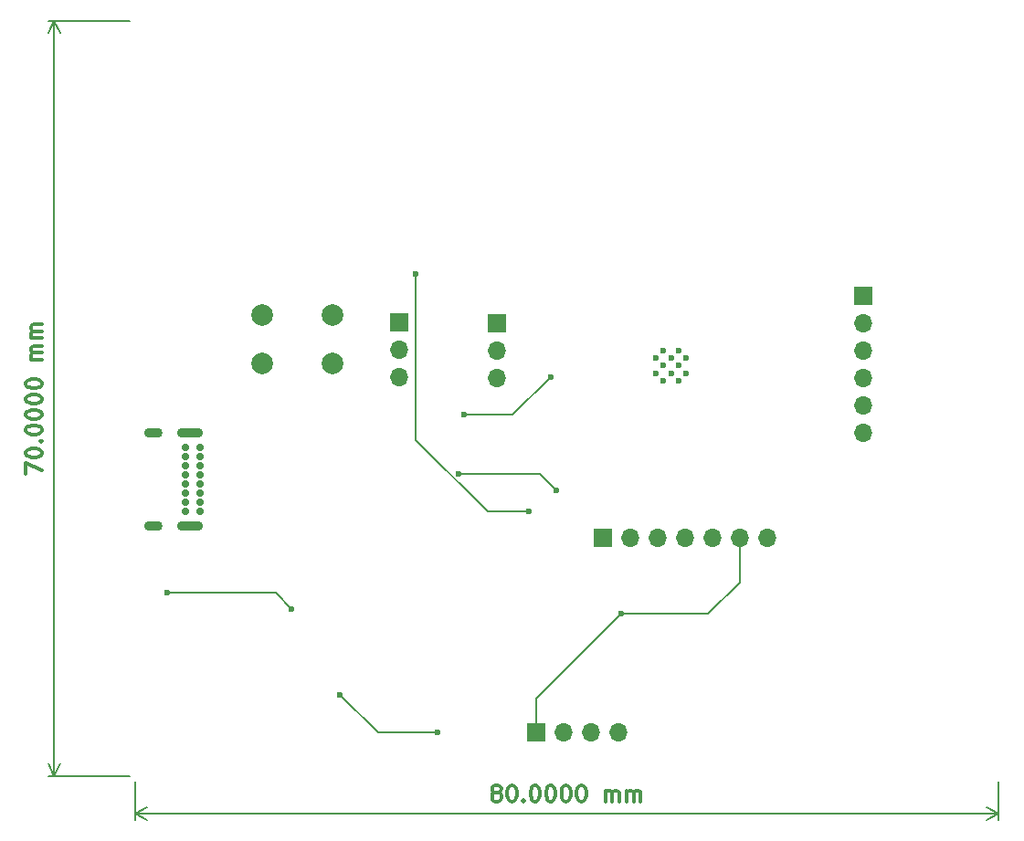
<source format=gbr>
G04 #@! TF.GenerationSoftware,KiCad,Pcbnew,8.0.4*
G04 #@! TF.CreationDate,2024-10-11T16:18:39-05:00*
G04 #@! TF.ProjectId,final_project_v0.1,66696e61-6c5f-4707-926f-6a6563745f76,rev?*
G04 #@! TF.SameCoordinates,Original*
G04 #@! TF.FileFunction,Copper,L2,Bot*
G04 #@! TF.FilePolarity,Positive*
%FSLAX46Y46*%
G04 Gerber Fmt 4.6, Leading zero omitted, Abs format (unit mm)*
G04 Created by KiCad (PCBNEW 8.0.4) date 2024-10-11 16:18:39*
%MOMM*%
%LPD*%
G01*
G04 APERTURE LIST*
%ADD10C,0.300000*%
G04 #@! TA.AperFunction,NonConductor*
%ADD11C,0.300000*%
G04 #@! TD*
G04 #@! TA.AperFunction,NonConductor*
%ADD12C,0.200000*%
G04 #@! TD*
G04 #@! TA.AperFunction,ComponentPad*
%ADD13R,1.700000X1.700000*%
G04 #@! TD*
G04 #@! TA.AperFunction,ComponentPad*
%ADD14O,1.700000X1.700000*%
G04 #@! TD*
G04 #@! TA.AperFunction,ComponentPad*
%ADD15C,2.000000*%
G04 #@! TD*
G04 #@! TA.AperFunction,ComponentPad*
%ADD16C,0.700000*%
G04 #@! TD*
G04 #@! TA.AperFunction,ComponentPad*
%ADD17O,2.400000X0.900000*%
G04 #@! TD*
G04 #@! TA.AperFunction,ComponentPad*
%ADD18O,1.700000X0.900000*%
G04 #@! TD*
G04 #@! TA.AperFunction,HeatsinkPad*
%ADD19C,0.600000*%
G04 #@! TD*
G04 #@! TA.AperFunction,ViaPad*
%ADD20C,0.600000*%
G04 #@! TD*
G04 #@! TA.AperFunction,Conductor*
%ADD21C,0.200000*%
G04 #@! TD*
G04 APERTURE END LIST*
D10*
D11*
X89878328Y-91999998D02*
X89878328Y-90999998D01*
X89878328Y-90999998D02*
X91378328Y-91642855D01*
X89878328Y-90142855D02*
X89878328Y-89999998D01*
X89878328Y-89999998D02*
X89949757Y-89857141D01*
X89949757Y-89857141D02*
X90021185Y-89785713D01*
X90021185Y-89785713D02*
X90164042Y-89714284D01*
X90164042Y-89714284D02*
X90449757Y-89642855D01*
X90449757Y-89642855D02*
X90806900Y-89642855D01*
X90806900Y-89642855D02*
X91092614Y-89714284D01*
X91092614Y-89714284D02*
X91235471Y-89785713D01*
X91235471Y-89785713D02*
X91306900Y-89857141D01*
X91306900Y-89857141D02*
X91378328Y-89999998D01*
X91378328Y-89999998D02*
X91378328Y-90142855D01*
X91378328Y-90142855D02*
X91306900Y-90285713D01*
X91306900Y-90285713D02*
X91235471Y-90357141D01*
X91235471Y-90357141D02*
X91092614Y-90428570D01*
X91092614Y-90428570D02*
X90806900Y-90499998D01*
X90806900Y-90499998D02*
X90449757Y-90499998D01*
X90449757Y-90499998D02*
X90164042Y-90428570D01*
X90164042Y-90428570D02*
X90021185Y-90357141D01*
X90021185Y-90357141D02*
X89949757Y-90285713D01*
X89949757Y-90285713D02*
X89878328Y-90142855D01*
X91235471Y-88999999D02*
X91306900Y-88928570D01*
X91306900Y-88928570D02*
X91378328Y-88999999D01*
X91378328Y-88999999D02*
X91306900Y-89071427D01*
X91306900Y-89071427D02*
X91235471Y-88999999D01*
X91235471Y-88999999D02*
X91378328Y-88999999D01*
X89878328Y-87999998D02*
X89878328Y-87857141D01*
X89878328Y-87857141D02*
X89949757Y-87714284D01*
X89949757Y-87714284D02*
X90021185Y-87642856D01*
X90021185Y-87642856D02*
X90164042Y-87571427D01*
X90164042Y-87571427D02*
X90449757Y-87499998D01*
X90449757Y-87499998D02*
X90806900Y-87499998D01*
X90806900Y-87499998D02*
X91092614Y-87571427D01*
X91092614Y-87571427D02*
X91235471Y-87642856D01*
X91235471Y-87642856D02*
X91306900Y-87714284D01*
X91306900Y-87714284D02*
X91378328Y-87857141D01*
X91378328Y-87857141D02*
X91378328Y-87999998D01*
X91378328Y-87999998D02*
X91306900Y-88142856D01*
X91306900Y-88142856D02*
X91235471Y-88214284D01*
X91235471Y-88214284D02*
X91092614Y-88285713D01*
X91092614Y-88285713D02*
X90806900Y-88357141D01*
X90806900Y-88357141D02*
X90449757Y-88357141D01*
X90449757Y-88357141D02*
X90164042Y-88285713D01*
X90164042Y-88285713D02*
X90021185Y-88214284D01*
X90021185Y-88214284D02*
X89949757Y-88142856D01*
X89949757Y-88142856D02*
X89878328Y-87999998D01*
X89878328Y-86571427D02*
X89878328Y-86428570D01*
X89878328Y-86428570D02*
X89949757Y-86285713D01*
X89949757Y-86285713D02*
X90021185Y-86214285D01*
X90021185Y-86214285D02*
X90164042Y-86142856D01*
X90164042Y-86142856D02*
X90449757Y-86071427D01*
X90449757Y-86071427D02*
X90806900Y-86071427D01*
X90806900Y-86071427D02*
X91092614Y-86142856D01*
X91092614Y-86142856D02*
X91235471Y-86214285D01*
X91235471Y-86214285D02*
X91306900Y-86285713D01*
X91306900Y-86285713D02*
X91378328Y-86428570D01*
X91378328Y-86428570D02*
X91378328Y-86571427D01*
X91378328Y-86571427D02*
X91306900Y-86714285D01*
X91306900Y-86714285D02*
X91235471Y-86785713D01*
X91235471Y-86785713D02*
X91092614Y-86857142D01*
X91092614Y-86857142D02*
X90806900Y-86928570D01*
X90806900Y-86928570D02*
X90449757Y-86928570D01*
X90449757Y-86928570D02*
X90164042Y-86857142D01*
X90164042Y-86857142D02*
X90021185Y-86785713D01*
X90021185Y-86785713D02*
X89949757Y-86714285D01*
X89949757Y-86714285D02*
X89878328Y-86571427D01*
X89878328Y-85142856D02*
X89878328Y-84999999D01*
X89878328Y-84999999D02*
X89949757Y-84857142D01*
X89949757Y-84857142D02*
X90021185Y-84785714D01*
X90021185Y-84785714D02*
X90164042Y-84714285D01*
X90164042Y-84714285D02*
X90449757Y-84642856D01*
X90449757Y-84642856D02*
X90806900Y-84642856D01*
X90806900Y-84642856D02*
X91092614Y-84714285D01*
X91092614Y-84714285D02*
X91235471Y-84785714D01*
X91235471Y-84785714D02*
X91306900Y-84857142D01*
X91306900Y-84857142D02*
X91378328Y-84999999D01*
X91378328Y-84999999D02*
X91378328Y-85142856D01*
X91378328Y-85142856D02*
X91306900Y-85285714D01*
X91306900Y-85285714D02*
X91235471Y-85357142D01*
X91235471Y-85357142D02*
X91092614Y-85428571D01*
X91092614Y-85428571D02*
X90806900Y-85499999D01*
X90806900Y-85499999D02*
X90449757Y-85499999D01*
X90449757Y-85499999D02*
X90164042Y-85428571D01*
X90164042Y-85428571D02*
X90021185Y-85357142D01*
X90021185Y-85357142D02*
X89949757Y-85285714D01*
X89949757Y-85285714D02*
X89878328Y-85142856D01*
X89878328Y-83714285D02*
X89878328Y-83571428D01*
X89878328Y-83571428D02*
X89949757Y-83428571D01*
X89949757Y-83428571D02*
X90021185Y-83357143D01*
X90021185Y-83357143D02*
X90164042Y-83285714D01*
X90164042Y-83285714D02*
X90449757Y-83214285D01*
X90449757Y-83214285D02*
X90806900Y-83214285D01*
X90806900Y-83214285D02*
X91092614Y-83285714D01*
X91092614Y-83285714D02*
X91235471Y-83357143D01*
X91235471Y-83357143D02*
X91306900Y-83428571D01*
X91306900Y-83428571D02*
X91378328Y-83571428D01*
X91378328Y-83571428D02*
X91378328Y-83714285D01*
X91378328Y-83714285D02*
X91306900Y-83857143D01*
X91306900Y-83857143D02*
X91235471Y-83928571D01*
X91235471Y-83928571D02*
X91092614Y-84000000D01*
X91092614Y-84000000D02*
X90806900Y-84071428D01*
X90806900Y-84071428D02*
X90449757Y-84071428D01*
X90449757Y-84071428D02*
X90164042Y-84000000D01*
X90164042Y-84000000D02*
X90021185Y-83928571D01*
X90021185Y-83928571D02*
X89949757Y-83857143D01*
X89949757Y-83857143D02*
X89878328Y-83714285D01*
X91378328Y-81428572D02*
X90378328Y-81428572D01*
X90521185Y-81428572D02*
X90449757Y-81357143D01*
X90449757Y-81357143D02*
X90378328Y-81214286D01*
X90378328Y-81214286D02*
X90378328Y-81000000D01*
X90378328Y-81000000D02*
X90449757Y-80857143D01*
X90449757Y-80857143D02*
X90592614Y-80785715D01*
X90592614Y-80785715D02*
X91378328Y-80785715D01*
X90592614Y-80785715D02*
X90449757Y-80714286D01*
X90449757Y-80714286D02*
X90378328Y-80571429D01*
X90378328Y-80571429D02*
X90378328Y-80357143D01*
X90378328Y-80357143D02*
X90449757Y-80214286D01*
X90449757Y-80214286D02*
X90592614Y-80142857D01*
X90592614Y-80142857D02*
X91378328Y-80142857D01*
X91378328Y-79428572D02*
X90378328Y-79428572D01*
X90521185Y-79428572D02*
X90449757Y-79357143D01*
X90449757Y-79357143D02*
X90378328Y-79214286D01*
X90378328Y-79214286D02*
X90378328Y-79000000D01*
X90378328Y-79000000D02*
X90449757Y-78857143D01*
X90449757Y-78857143D02*
X90592614Y-78785715D01*
X90592614Y-78785715D02*
X91378328Y-78785715D01*
X90592614Y-78785715D02*
X90449757Y-78714286D01*
X90449757Y-78714286D02*
X90378328Y-78571429D01*
X90378328Y-78571429D02*
X90378328Y-78357143D01*
X90378328Y-78357143D02*
X90449757Y-78214286D01*
X90449757Y-78214286D02*
X90592614Y-78142857D01*
X90592614Y-78142857D02*
X91378328Y-78142857D01*
D12*
X99500000Y-50000000D02*
X91913580Y-50000000D01*
X99500000Y-120000000D02*
X91913580Y-120000000D01*
X92500000Y-50000000D02*
X92500000Y-120000000D01*
X92500000Y-50000000D02*
X92500000Y-120000000D01*
X92500000Y-50000000D02*
X93086421Y-51126504D01*
X92500000Y-50000000D02*
X91913579Y-51126504D01*
X92500000Y-120000000D02*
X91913579Y-118873496D01*
X92500000Y-120000000D02*
X93086421Y-118873496D01*
D10*
D11*
X133357144Y-121521185D02*
X133214287Y-121449757D01*
X133214287Y-121449757D02*
X133142858Y-121378328D01*
X133142858Y-121378328D02*
X133071430Y-121235471D01*
X133071430Y-121235471D02*
X133071430Y-121164042D01*
X133071430Y-121164042D02*
X133142858Y-121021185D01*
X133142858Y-121021185D02*
X133214287Y-120949757D01*
X133214287Y-120949757D02*
X133357144Y-120878328D01*
X133357144Y-120878328D02*
X133642858Y-120878328D01*
X133642858Y-120878328D02*
X133785716Y-120949757D01*
X133785716Y-120949757D02*
X133857144Y-121021185D01*
X133857144Y-121021185D02*
X133928573Y-121164042D01*
X133928573Y-121164042D02*
X133928573Y-121235471D01*
X133928573Y-121235471D02*
X133857144Y-121378328D01*
X133857144Y-121378328D02*
X133785716Y-121449757D01*
X133785716Y-121449757D02*
X133642858Y-121521185D01*
X133642858Y-121521185D02*
X133357144Y-121521185D01*
X133357144Y-121521185D02*
X133214287Y-121592614D01*
X133214287Y-121592614D02*
X133142858Y-121664042D01*
X133142858Y-121664042D02*
X133071430Y-121806900D01*
X133071430Y-121806900D02*
X133071430Y-122092614D01*
X133071430Y-122092614D02*
X133142858Y-122235471D01*
X133142858Y-122235471D02*
X133214287Y-122306900D01*
X133214287Y-122306900D02*
X133357144Y-122378328D01*
X133357144Y-122378328D02*
X133642858Y-122378328D01*
X133642858Y-122378328D02*
X133785716Y-122306900D01*
X133785716Y-122306900D02*
X133857144Y-122235471D01*
X133857144Y-122235471D02*
X133928573Y-122092614D01*
X133928573Y-122092614D02*
X133928573Y-121806900D01*
X133928573Y-121806900D02*
X133857144Y-121664042D01*
X133857144Y-121664042D02*
X133785716Y-121592614D01*
X133785716Y-121592614D02*
X133642858Y-121521185D01*
X134857144Y-120878328D02*
X135000001Y-120878328D01*
X135000001Y-120878328D02*
X135142858Y-120949757D01*
X135142858Y-120949757D02*
X135214287Y-121021185D01*
X135214287Y-121021185D02*
X135285715Y-121164042D01*
X135285715Y-121164042D02*
X135357144Y-121449757D01*
X135357144Y-121449757D02*
X135357144Y-121806900D01*
X135357144Y-121806900D02*
X135285715Y-122092614D01*
X135285715Y-122092614D02*
X135214287Y-122235471D01*
X135214287Y-122235471D02*
X135142858Y-122306900D01*
X135142858Y-122306900D02*
X135000001Y-122378328D01*
X135000001Y-122378328D02*
X134857144Y-122378328D01*
X134857144Y-122378328D02*
X134714287Y-122306900D01*
X134714287Y-122306900D02*
X134642858Y-122235471D01*
X134642858Y-122235471D02*
X134571429Y-122092614D01*
X134571429Y-122092614D02*
X134500001Y-121806900D01*
X134500001Y-121806900D02*
X134500001Y-121449757D01*
X134500001Y-121449757D02*
X134571429Y-121164042D01*
X134571429Y-121164042D02*
X134642858Y-121021185D01*
X134642858Y-121021185D02*
X134714287Y-120949757D01*
X134714287Y-120949757D02*
X134857144Y-120878328D01*
X136000000Y-122235471D02*
X136071429Y-122306900D01*
X136071429Y-122306900D02*
X136000000Y-122378328D01*
X136000000Y-122378328D02*
X135928572Y-122306900D01*
X135928572Y-122306900D02*
X136000000Y-122235471D01*
X136000000Y-122235471D02*
X136000000Y-122378328D01*
X137000001Y-120878328D02*
X137142858Y-120878328D01*
X137142858Y-120878328D02*
X137285715Y-120949757D01*
X137285715Y-120949757D02*
X137357144Y-121021185D01*
X137357144Y-121021185D02*
X137428572Y-121164042D01*
X137428572Y-121164042D02*
X137500001Y-121449757D01*
X137500001Y-121449757D02*
X137500001Y-121806900D01*
X137500001Y-121806900D02*
X137428572Y-122092614D01*
X137428572Y-122092614D02*
X137357144Y-122235471D01*
X137357144Y-122235471D02*
X137285715Y-122306900D01*
X137285715Y-122306900D02*
X137142858Y-122378328D01*
X137142858Y-122378328D02*
X137000001Y-122378328D01*
X137000001Y-122378328D02*
X136857144Y-122306900D01*
X136857144Y-122306900D02*
X136785715Y-122235471D01*
X136785715Y-122235471D02*
X136714286Y-122092614D01*
X136714286Y-122092614D02*
X136642858Y-121806900D01*
X136642858Y-121806900D02*
X136642858Y-121449757D01*
X136642858Y-121449757D02*
X136714286Y-121164042D01*
X136714286Y-121164042D02*
X136785715Y-121021185D01*
X136785715Y-121021185D02*
X136857144Y-120949757D01*
X136857144Y-120949757D02*
X137000001Y-120878328D01*
X138428572Y-120878328D02*
X138571429Y-120878328D01*
X138571429Y-120878328D02*
X138714286Y-120949757D01*
X138714286Y-120949757D02*
X138785715Y-121021185D01*
X138785715Y-121021185D02*
X138857143Y-121164042D01*
X138857143Y-121164042D02*
X138928572Y-121449757D01*
X138928572Y-121449757D02*
X138928572Y-121806900D01*
X138928572Y-121806900D02*
X138857143Y-122092614D01*
X138857143Y-122092614D02*
X138785715Y-122235471D01*
X138785715Y-122235471D02*
X138714286Y-122306900D01*
X138714286Y-122306900D02*
X138571429Y-122378328D01*
X138571429Y-122378328D02*
X138428572Y-122378328D01*
X138428572Y-122378328D02*
X138285715Y-122306900D01*
X138285715Y-122306900D02*
X138214286Y-122235471D01*
X138214286Y-122235471D02*
X138142857Y-122092614D01*
X138142857Y-122092614D02*
X138071429Y-121806900D01*
X138071429Y-121806900D02*
X138071429Y-121449757D01*
X138071429Y-121449757D02*
X138142857Y-121164042D01*
X138142857Y-121164042D02*
X138214286Y-121021185D01*
X138214286Y-121021185D02*
X138285715Y-120949757D01*
X138285715Y-120949757D02*
X138428572Y-120878328D01*
X139857143Y-120878328D02*
X140000000Y-120878328D01*
X140000000Y-120878328D02*
X140142857Y-120949757D01*
X140142857Y-120949757D02*
X140214286Y-121021185D01*
X140214286Y-121021185D02*
X140285714Y-121164042D01*
X140285714Y-121164042D02*
X140357143Y-121449757D01*
X140357143Y-121449757D02*
X140357143Y-121806900D01*
X140357143Y-121806900D02*
X140285714Y-122092614D01*
X140285714Y-122092614D02*
X140214286Y-122235471D01*
X140214286Y-122235471D02*
X140142857Y-122306900D01*
X140142857Y-122306900D02*
X140000000Y-122378328D01*
X140000000Y-122378328D02*
X139857143Y-122378328D01*
X139857143Y-122378328D02*
X139714286Y-122306900D01*
X139714286Y-122306900D02*
X139642857Y-122235471D01*
X139642857Y-122235471D02*
X139571428Y-122092614D01*
X139571428Y-122092614D02*
X139500000Y-121806900D01*
X139500000Y-121806900D02*
X139500000Y-121449757D01*
X139500000Y-121449757D02*
X139571428Y-121164042D01*
X139571428Y-121164042D02*
X139642857Y-121021185D01*
X139642857Y-121021185D02*
X139714286Y-120949757D01*
X139714286Y-120949757D02*
X139857143Y-120878328D01*
X141285714Y-120878328D02*
X141428571Y-120878328D01*
X141428571Y-120878328D02*
X141571428Y-120949757D01*
X141571428Y-120949757D02*
X141642857Y-121021185D01*
X141642857Y-121021185D02*
X141714285Y-121164042D01*
X141714285Y-121164042D02*
X141785714Y-121449757D01*
X141785714Y-121449757D02*
X141785714Y-121806900D01*
X141785714Y-121806900D02*
X141714285Y-122092614D01*
X141714285Y-122092614D02*
X141642857Y-122235471D01*
X141642857Y-122235471D02*
X141571428Y-122306900D01*
X141571428Y-122306900D02*
X141428571Y-122378328D01*
X141428571Y-122378328D02*
X141285714Y-122378328D01*
X141285714Y-122378328D02*
X141142857Y-122306900D01*
X141142857Y-122306900D02*
X141071428Y-122235471D01*
X141071428Y-122235471D02*
X140999999Y-122092614D01*
X140999999Y-122092614D02*
X140928571Y-121806900D01*
X140928571Y-121806900D02*
X140928571Y-121449757D01*
X140928571Y-121449757D02*
X140999999Y-121164042D01*
X140999999Y-121164042D02*
X141071428Y-121021185D01*
X141071428Y-121021185D02*
X141142857Y-120949757D01*
X141142857Y-120949757D02*
X141285714Y-120878328D01*
X143571427Y-122378328D02*
X143571427Y-121378328D01*
X143571427Y-121521185D02*
X143642856Y-121449757D01*
X143642856Y-121449757D02*
X143785713Y-121378328D01*
X143785713Y-121378328D02*
X143999999Y-121378328D01*
X143999999Y-121378328D02*
X144142856Y-121449757D01*
X144142856Y-121449757D02*
X144214285Y-121592614D01*
X144214285Y-121592614D02*
X144214285Y-122378328D01*
X144214285Y-121592614D02*
X144285713Y-121449757D01*
X144285713Y-121449757D02*
X144428570Y-121378328D01*
X144428570Y-121378328D02*
X144642856Y-121378328D01*
X144642856Y-121378328D02*
X144785713Y-121449757D01*
X144785713Y-121449757D02*
X144857142Y-121592614D01*
X144857142Y-121592614D02*
X144857142Y-122378328D01*
X145571427Y-122378328D02*
X145571427Y-121378328D01*
X145571427Y-121521185D02*
X145642856Y-121449757D01*
X145642856Y-121449757D02*
X145785713Y-121378328D01*
X145785713Y-121378328D02*
X145999999Y-121378328D01*
X145999999Y-121378328D02*
X146142856Y-121449757D01*
X146142856Y-121449757D02*
X146214285Y-121592614D01*
X146214285Y-121592614D02*
X146214285Y-122378328D01*
X146214285Y-121592614D02*
X146285713Y-121449757D01*
X146285713Y-121449757D02*
X146428570Y-121378328D01*
X146428570Y-121378328D02*
X146642856Y-121378328D01*
X146642856Y-121378328D02*
X146785713Y-121449757D01*
X146785713Y-121449757D02*
X146857142Y-121592614D01*
X146857142Y-121592614D02*
X146857142Y-122378328D01*
D12*
X100000000Y-120500000D02*
X100000000Y-124086420D01*
X180000000Y-120500000D02*
X180000000Y-124086420D01*
X100000000Y-123500000D02*
X180000000Y-123500000D01*
X100000000Y-123500000D02*
X180000000Y-123500000D01*
X100000000Y-123500000D02*
X101126504Y-122913579D01*
X100000000Y-123500000D02*
X101126504Y-124086421D01*
X180000000Y-123500000D02*
X178873496Y-124086421D01*
X180000000Y-123500000D02*
X178873496Y-122913579D01*
D13*
G04 #@! TO.P,MICCLK1,1,Pin_1*
G04 #@! TO.N,+3V3*
X133500000Y-78000000D03*
D14*
G04 #@! TO.P,MICCLK1,2,Pin_2*
G04 #@! TO.N,/MICSCK*
X133500000Y-80540000D03*
G04 #@! TO.P,MICCLK1,3,Pin_3*
G04 #@! TO.N,/MICWS*
X133500000Y-83080000D03*
G04 #@! TD*
D13*
G04 #@! TO.P,LCDDisplay1,1,Pin_1*
G04 #@! TO.N,GND*
X137200000Y-116000000D03*
D14*
G04 #@! TO.P,LCDDisplay1,2,Pin_2*
G04 #@! TO.N,+5V*
X139740000Y-116000000D03*
G04 #@! TO.P,LCDDisplay1,3,Pin_3*
G04 #@! TO.N,/SDA_LCD*
X142280000Y-116000000D03*
G04 #@! TO.P,LCDDisplay1,4,Pin_4*
G04 #@! TO.N,/SCL_LCD*
X144820000Y-116000000D03*
G04 #@! TD*
D13*
G04 #@! TO.P,AudioAmplifier1,1,Pin_1*
G04 #@! TO.N,/A_LRCLK*
X143340000Y-97920000D03*
D14*
G04 #@! TO.P,AudioAmplifier1,2,Pin_2*
G04 #@! TO.N,/A_BCLK*
X145880000Y-97920000D03*
G04 #@! TO.P,AudioAmplifier1,3,Pin_3*
G04 #@! TO.N,/A_Din*
X148420000Y-97920000D03*
G04 #@! TO.P,AudioAmplifier1,4,Pin_4*
G04 #@! TO.N,/A_GAIN*
X150960000Y-97920000D03*
G04 #@! TO.P,AudioAmplifier1,5,Pin_5*
G04 #@! TO.N,/A_SDMODEB*
X153500000Y-97920000D03*
G04 #@! TO.P,AudioAmplifier1,6,Pin_6*
G04 #@! TO.N,GND*
X156040000Y-97920000D03*
G04 #@! TO.P,AudioAmplifier1,7,Pin_7*
G04 #@! TO.N,+3V3*
X158580000Y-97920000D03*
G04 #@! TD*
D13*
G04 #@! TO.P,DebugSerialPort1,1,Pin_1*
G04 #@! TO.N,unconnected-(DebugSerialPort1-Pin_1-Pad1)*
X167500000Y-75460000D03*
D14*
G04 #@! TO.P,DebugSerialPort1,2,Pin_2*
G04 #@! TO.N,/RXS*
X167500000Y-78000000D03*
G04 #@! TO.P,DebugSerialPort1,3,Pin_3*
G04 #@! TO.N,/TXS*
X167500000Y-80540000D03*
G04 #@! TO.P,DebugSerialPort1,4,Pin_4*
G04 #@! TO.N,unconnected-(DebugSerialPort1-Pin_4-Pad4)*
X167500000Y-83080000D03*
G04 #@! TO.P,DebugSerialPort1,5,Pin_5*
G04 #@! TO.N,unconnected-(DebugSerialPort1-Pin_5-Pad5)*
X167500000Y-85620000D03*
G04 #@! TO.P,DebugSerialPort1,6,Pin_6*
G04 #@! TO.N,GND*
X167500000Y-88160000D03*
G04 #@! TD*
D15*
G04 #@! TO.P,SW1,1,1*
G04 #@! TO.N,+3V3*
X111750000Y-77250000D03*
X118250000Y-77250000D03*
G04 #@! TO.P,SW1,2,2*
G04 #@! TO.N,/MICEN*
X111750000Y-81750000D03*
X118250000Y-81750000D03*
G04 #@! TD*
D13*
G04 #@! TO.P,MICDA1,1,Pin_1*
G04 #@! TO.N,/MICEN*
X124500000Y-77960000D03*
D14*
G04 #@! TO.P,MICDA1,2,Pin_2*
G04 #@! TO.N,/MICSDA*
X124500000Y-80500000D03*
G04 #@! TO.P,MICDA1,3,Pin_3*
G04 #@! TO.N,GND*
X124500000Y-83040000D03*
G04 #@! TD*
D16*
G04 #@! TO.P,J1,A1,GND*
G04 #@! TO.N,GND*
X106025000Y-89525000D03*
G04 #@! TO.P,J1,A4,VBUS*
G04 #@! TO.N,+5V*
X106025000Y-90375000D03*
G04 #@! TO.P,J1,A5,CC1*
G04 #@! TO.N,unconnected-(J1-CC1-PadA5)*
X106025000Y-91225000D03*
G04 #@! TO.P,J1,A6,D+*
G04 #@! TO.N,/D+*
X106025000Y-92075000D03*
G04 #@! TO.P,J1,A7,D-*
G04 #@! TO.N,/D-*
X106025000Y-92925000D03*
G04 #@! TO.P,J1,A8,SBU1*
G04 #@! TO.N,unconnected-(J1-SBU1-PadA8)*
X106025000Y-93775000D03*
G04 #@! TO.P,J1,A9,VBUS*
G04 #@! TO.N,+5V*
X106025000Y-94625000D03*
G04 #@! TO.P,J1,A12,GND*
G04 #@! TO.N,GND*
X106025000Y-95475000D03*
G04 #@! TO.P,J1,B1,GND*
X104675000Y-95475000D03*
G04 #@! TO.P,J1,B4,VBUS*
G04 #@! TO.N,+5V*
X104675000Y-94625000D03*
G04 #@! TO.P,J1,B5,CC2*
G04 #@! TO.N,unconnected-(J1-CC2-PadB5)*
X104675000Y-93775000D03*
G04 #@! TO.P,J1,B6,D+*
G04 #@! TO.N,unconnected-(J1-D+-PadB6)*
X104675000Y-92925000D03*
G04 #@! TO.P,J1,B7,D-*
G04 #@! TO.N,unconnected-(J1-D--PadB7)*
X104675000Y-92075000D03*
G04 #@! TO.P,J1,B8,SBU2*
G04 #@! TO.N,unconnected-(J1-SBU2-PadB8)*
X104675000Y-91225000D03*
G04 #@! TO.P,J1,B9,VBUS*
G04 #@! TO.N,+5V*
X104675000Y-90375000D03*
G04 #@! TO.P,J1,B12,GND*
G04 #@! TO.N,GND*
X104675000Y-89525000D03*
D17*
G04 #@! TO.P,J1,S1,SHIELD*
X105045000Y-88175000D03*
D18*
X101665000Y-88175000D03*
D17*
X105045000Y-96825000D03*
D18*
X101665000Y-96825000D03*
G04 #@! TD*
D19*
G04 #@! TO.P,U1,41,GND*
G04 #@! TO.N,GND*
X148275000Y-81260000D03*
X148275000Y-82660000D03*
X148975000Y-80560000D03*
X148975000Y-81960000D03*
X148975000Y-83360000D03*
X149675000Y-81260000D03*
X149675000Y-82660000D03*
X150375000Y-80560000D03*
X150375000Y-81960000D03*
X150375000Y-83360000D03*
X151075000Y-81260000D03*
X151075000Y-82660000D03*
G04 #@! TD*
D20*
G04 #@! TO.N,GND*
X145000000Y-105000000D03*
X128000000Y-116000000D03*
X103000000Y-103000000D03*
X119000000Y-112500000D03*
X114500000Y-104500000D03*
G04 #@! TO.N,+3V3*
X126000000Y-73500000D03*
X136500000Y-95500000D03*
G04 #@! TO.N,/D+*
X139000000Y-93500000D03*
X130000000Y-92000000D03*
G04 #@! TO.N,/MICSDA*
X130500000Y-86500000D03*
X138500000Y-83000000D03*
G04 #@! TD*
D21*
G04 #@! TO.N,GND*
X113000000Y-103000000D02*
X114500000Y-104500000D01*
X156040000Y-102086346D02*
X156040000Y-97920000D01*
X145000000Y-105000000D02*
X137200000Y-112800000D01*
X103000000Y-103000000D02*
X113000000Y-103000000D01*
X122500000Y-116000000D02*
X128000000Y-116000000D01*
X145000000Y-105000000D02*
X153126346Y-105000000D01*
X137200000Y-112800000D02*
X137200000Y-116000000D01*
X119000000Y-112500000D02*
X122500000Y-116000000D01*
X153126346Y-105000000D02*
X156040000Y-102086346D01*
G04 #@! TO.N,+3V3*
X136500000Y-95500000D02*
X132651471Y-95500000D01*
X126000000Y-88848529D02*
X126000000Y-73500000D01*
X132651471Y-95500000D02*
X126000000Y-88848529D01*
G04 #@! TO.N,/D+*
X130000000Y-92000000D02*
X137500000Y-92000000D01*
X137500000Y-92000000D02*
X139000000Y-93500000D01*
G04 #@! TO.N,/MICSDA*
X130500000Y-86500000D02*
X135000000Y-86500000D01*
X135000000Y-86500000D02*
X138500000Y-83000000D01*
G04 #@! TD*
M02*

</source>
